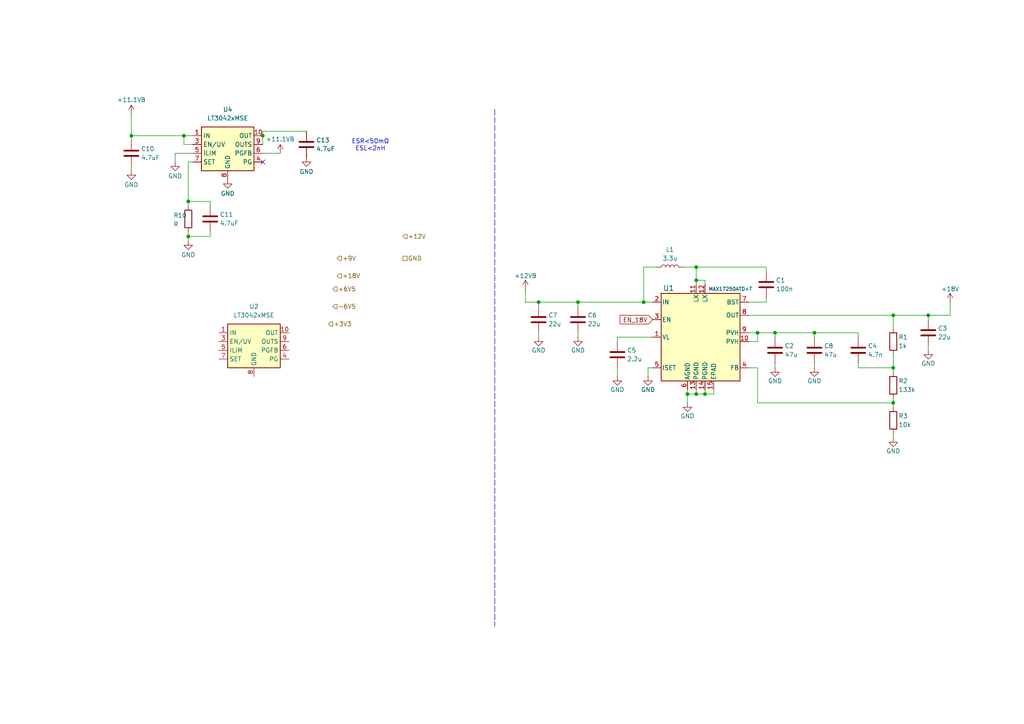
<source format=kicad_sch>
(kicad_sch (version 20250114) (generator "eeschema") (generator_version "9.0")
  (paper "A4")
  (lib_symbols
    (symbol "Device:C" (pin_numbers (hide yes)) (pin_names (offset 0.254))
      (property "Reference" "C" (at 0.635 2.54 0))
      (property "Value" "C" (at 0.635 -2.54 0))
      (symbol "C_0_1"
        (polyline (pts (xy -2.032 0.762) (xy 2.032 0.762)) (stroke (width 0.508)))
        (polyline (pts (xy -2.032 -0.762) (xy 2.032 -0.762)) (stroke (width 0.508)))
      )
      (symbol "C_1_1"
        (pin passive line (at 0 3.81 270) (length 2.794) (name "~") (number "1"))
        (pin passive line (at 0 -3.81 90) (length 2.794) (name "~") (number "2"))
      )
    )
    (symbol "Device:L" (pin_numbers (hide yes)) (pin_names (offset 1.016) (hide yes))
      (property "Reference" "L" (at -1.27 0 90))
      (property "Value" "L" (at 1.905 0 90))
      (symbol "L_0_1"
        (arc (start 0 2.54) (mid 0.6323 1.905) (end 0 1.27))
        (arc (start 0 1.27) (mid 0.6323 0.635) (end 0 0))
        (arc (start 0 0) (mid 0.6323 -0.635) (end 0 -1.27))
        (arc (start 0 -1.27) (mid 0.6323 -1.905) (end 0 -2.54))
      )
      (symbol "L_1_1"
        (pin passive line (at 0 3.81 270) (length 1.27) (name "1") (number "1"))
        (pin passive line (at 0 -3.81 90) (length 1.27) (name "2") (number "2"))
      )
    )
    (symbol "Device:R" (pin_numbers (hide yes)) (pin_names (offset 0))
      (property "Reference" "R" (at 2.032 0 90))
      (property "Value" "R" (at 0 0 90))
      (symbol "R_0_1"
        (rectangle (start -1.016 -2.54) (end 1.016 2.54) (stroke (width 0.254)))
      )
      (symbol "R_1_1"
        (pin passive line (at 0 3.81 270) (length 1.27) (name "~") (number "1"))
        (pin passive line (at 0 -3.81 90) (length 1.27) (name "~") (number "2"))
      )
    )
    (symbol "Imported_kicad_schematic:MAX17250ATD+T" (pin_names (offset 0.254))
      (property "Reference" "U1" (at -10.922 14.224 0))
      (property "Value" "MAX17250ATD+T" (at 4.572 -14.478 0))
      (symbol "MAX17250ATD+T_1_1"
        (rectangle (start -11.43 12.7) (end 11.43 -12.7) (stroke (width 0.254)) (fill (type background)))
        (pin input line (at -13.97 10.16 0) (length 2.54) (name "IN") (number "2"))
        (pin input line (at -13.97 5.08 0) (length 2.54) (name "EN") (number "3"))
        (pin unspecified line (at -13.97 0 0) (length 2.54) (name "VL") (number "1"))
        (pin unspecified line (at -13.97 -8.89 0) (length 2.54) (name "ISET") (number "5"))
        (pin power_in line (at -3.81 -15.24 90) (length 2.54) (name "AGND") (number "6"))
        (pin unspecified line (at -1.27 15.24 270) (length 2.54) (name "LX") (number "11"))
        (pin power_in line (at -1.27 -15.24 90) (length 2.54) (name "PGND") (number "13"))
        (pin unspecified line (at 1.27 15.24 270) (length 2.54) (name "LX") (number "12"))
        (pin power_in line (at 1.27 -15.24 90) (length 2.54) (name "PGND") (number "14"))
        (pin power_in line (at 3.81 -15.24 90) (length 2.54) (name "EPAD") (number "15"))
        (pin unspecified line (at 13.97 10.16 180) (length 2.54) (name "BST") (number "7"))
        (pin output line (at 13.97 6.35 180) (length 2.54) (name "OUT") (number "8"))
        (pin unspecified line (at 13.97 1.27 180) (length 2.54) (name "PVH") (number "9"))
        (pin unspecified line (at 13.97 -1.27 180) (length 2.54) (name "PVH") (number "10"))
        (pin unspecified line (at 13.97 -8.89 180) (length 2.54) (name "FB") (number "4"))
      )
    )
    (symbol "Regulator_Linear:LT3042xMSE"
      (property "Reference" "U" (at -6.35 6.35 0))
      (property "Value" "LT3042xMSE" (at 1.27 6.35 0))
      (symbol "LT3042xMSE_0_1"
        (rectangle (start -7.62 5.08) (end 7.62 -7.62) (stroke (width 0.254)) (fill (type background)))
      )
      (symbol "LT3042xMSE_1_1"
        (pin power_in line (at -10.16 2.54 0) (length 2.54) (name "IN") (number "1"))
        (pin passive line (at -10.16 2.54 0) (length 2.54) (hide yes) (name "IN") (number "2"))
        (pin input line (at -10.16 0 0) (length 2.54) (name "EN/UV") (number "3"))
        (pin passive line (at -10.16 -2.54 0) (length 2.54) (name "ILIM") (number "5"))
        (pin passive line (at -10.16 -5.08 0) (length 2.54) (name "SET") (number "7"))
        (pin passive line (at 0 -10.16 90) (length 2.54) (hide yes) (name "GND") (number "11"))
        (pin power_in line (at 0 -10.16 90) (length 2.54) (name "GND") (number "8"))
        (pin power_out line (at 10.16 2.54 180) (length 2.54) (name "OUT") (number "10"))
        (pin input line (at 10.16 0 180) (length 2.54) (name "OUTS") (number "9"))
        (pin input line (at 10.16 -2.54 180) (length 2.54) (name "PGFB") (number "6"))
        (pin open_collector line (at 10.16 -5.08 180) (length 2.54) (name "PG") (number "4"))
      )
    )
    (symbol "power:+12V" (power) (pin_numbers (hide yes)) (pin_names (offset 0) (hide yes))
      (property "Value" "+12V" (at 0 3.556 0))
      (symbol "+12V_0_1"
        (polyline (pts (xy -0.762 1.27) (xy 0 2.54)))
        (polyline (pts (xy 0 2.54) (xy 0.762 1.27)))
        (polyline (pts (xy 0 0) (xy 0 2.54)))
      )
      (symbol "+12V_1_1"
        (pin power_in line (at 0 0 90) (length 0) (name "~") (number "1"))
      )
    )
    (symbol "power:+24V" (power) (pin_numbers (hide yes)) (pin_names (offset 0) (hide yes))
      (property "Value" "+24V" (at 0 3.556 0))
      (symbol "+24V_0_1"
        (polyline (pts (xy -0.762 1.27) (xy 0 2.54)))
        (polyline (pts (xy 0 2.54) (xy 0.762 1.27)))
        (polyline (pts (xy 0 0) (xy 0 2.54)))
      )
      (symbol "+24V_1_1"
        (pin power_in line (at 0 0 90) (length 0) (name "~") (number "1"))
      )
    )
    (symbol "power:+5VP" (power) (pin_numbers (hide yes)) (pin_names (offset 0) (hide yes))
      (property "Value" "+5VP" (at 0 3.556 0))
      (symbol "+5VP_0_1"
        (polyline (pts (xy -0.762 1.27) (xy 0 2.54)))
        (polyline (pts (xy 0 2.54) (xy 0.762 1.27)))
        (polyline (pts (xy 0 0) (xy 0 2.54)))
      )
      (symbol "+5VP_1_1"
        (pin power_in line (at 0 0 90) (length 0) (name "~") (number "1"))
      )
    )
    (symbol "power:GND" (power) (pin_numbers (hide yes)) (pin_names (offset 0) (hide yes))
      (property "Value" "GND" (at 0 -3.81 0))
      (symbol "GND_0_1"
        (polyline (pts (xy 0 0) (xy 0 -1.27) (xy 1.27 -1.27) (xy 0 -2.54) (xy -1.27 -1.27) (xy 0 -1.27)))
      )
      (symbol "GND_1_1"
        (pin power_in line (at 0 0 270) (length 0) (name "~") (number "1"))
      )
    )
  )
  (text "ESR<50mΩ\nESL<2nH" (at 107.442 42.164 0) (effects (font (size 1.27 1.27))))
  (junction (at 54.61 58.42))
  (junction (at 186.69 87.63))
  (junction (at 167.64 87.63))
  (junction (at 53.34 39.37))
  (junction (at 259.08 116.84))
  (junction (at 54.61 68.58))
  (junction (at 219.71 96.52))
  (junction (at 224.79 96.52))
  (junction (at 259.08 106.68))
  (junction (at 259.08 91.44))
  (junction (at 204.47 114.3))
  (junction (at 201.93 77.47))
  (junction (at 76.2 39.37))
  (junction (at 199.39 114.3))
  (junction (at 156.21 87.63))
  (junction (at 236.22 96.52))
  (junction (at 269.24 91.44))
  (junction (at 201.93 81.28))
  (junction (at 201.93 114.3))
  (junction (at 38.1 39.37))
  (no_connect (at 76.2 46.99))
  (wire (pts (xy 53.34 41.91) (xy 55.88 41.91)))
  (wire (pts (xy 259.08 102.87) (xy 259.08 106.68)))
  (wire (pts (xy 204.47 81.28) (xy 201.93 81.28)))
  (wire (pts (xy 76.2 38.1) (xy 88.9 38.1)))
  (wire (pts (xy 38.1 33.02) (xy 38.1 39.37)))
  (wire (pts (xy 186.69 77.47) (xy 190.5 77.47)))
  (wire (pts (xy 156.21 97.79) (xy 156.21 96.52)))
  (wire (pts (xy 269.24 100.33) (xy 269.24 101.6)))
  (wire (pts (xy 207.01 113.03) (xy 207.01 114.3)))
  (wire (pts (xy 54.61 68.58) (xy 54.61 69.85)))
  (wire (pts (xy 224.79 96.52) (xy 224.79 97.79)))
  (wire (pts (xy 236.22 96.52) (xy 236.22 97.79)))
  (wire (pts (xy 248.92 106.68) (xy 259.08 106.68)))
  (wire (pts (xy 201.93 77.47) (xy 198.12 77.47)))
  (wire (pts (xy 50.8 44.45) (xy 55.88 44.45)))
  (wire (pts (xy 38.1 40.64) (xy 38.1 39.37)))
  (wire (pts (xy 60.96 67.31) (xy 60.96 68.58)))
  (wire (pts (xy 152.4 87.63) (xy 156.21 87.63)))
  (wire (pts (xy 156.21 87.63) (xy 167.64 87.63)))
  (wire (pts (xy 186.69 87.63) (xy 186.69 77.47)))
  (wire (pts (xy 186.69 87.63) (xy 189.23 87.63)))
  (wire (pts (xy 259.08 91.44) (xy 259.08 95.25)))
  (wire (pts (xy 275.59 87.63) (xy 275.59 91.44)))
  (wire (pts (xy 248.92 106.68) (xy 248.92 105.41)))
  (wire (pts (xy 189.23 97.79) (xy 179.07 97.79)))
  (wire (pts (xy 53.34 39.37) (xy 53.34 41.91)))
  (wire (pts (xy 50.8 46.99) (xy 50.8 44.45)))
  (wire (pts (xy 199.39 114.3) (xy 199.39 116.84)))
  (wire (pts (xy 224.79 106.68) (xy 224.79 105.41)))
  (wire (pts (xy 236.22 96.52) (xy 248.92 96.52)))
  (wire (pts (xy 222.25 86.36) (xy 222.25 87.63)))
  (wire (pts (xy 199.39 114.3) (xy 199.39 113.03)))
  (wire (pts (xy 259.08 115.57) (xy 259.08 116.84)))
  (wire (pts (xy 201.93 114.3) (xy 201.93 113.03)))
  (wire (pts (xy 76.2 38.1) (xy 76.2 39.37)))
  (wire (pts (xy 217.17 91.44) (xy 259.08 91.44)))
  (wire (pts (xy 187.96 106.68) (xy 189.23 106.68)))
  (wire (pts (xy 204.47 114.3) (xy 204.47 113.03)))
  (wire (pts (xy 201.93 114.3) (xy 199.39 114.3)))
  (wire (pts (xy 259.08 106.68) (xy 259.08 107.95)))
  (wire (pts (xy 187.96 109.22) (xy 187.96 106.68)))
  (wire (pts (xy 60.96 68.58) (xy 54.61 68.58)))
  (wire (pts (xy 201.93 77.47) (xy 201.93 81.28)))
  (wire (pts (xy 54.61 46.99) (xy 55.88 46.99)))
  (wire (pts (xy 156.21 87.63) (xy 156.21 88.9)))
  (wire (pts (xy 204.47 82.55) (xy 204.47 81.28)))
  (wire (pts (xy 179.07 109.22) (xy 179.07 106.68)))
  (wire (pts (xy 54.61 58.42) (xy 60.96 58.42)))
  (wire (pts (xy 269.24 91.44) (xy 269.24 92.71)))
  (wire (pts (xy 219.71 99.06) (xy 219.71 96.52)))
  (wire (pts (xy 248.92 96.52) (xy 248.92 97.79)))
  (wire (pts (xy 224.79 96.52) (xy 236.22 96.52)))
  (wire (pts (xy 222.25 77.47) (xy 222.25 78.74)))
  (wire (pts (xy 259.08 116.84) (xy 259.08 118.11)))
  (wire (pts (xy 201.93 77.47) (xy 222.25 77.47)))
  (wire (pts (xy 76.2 39.37) (xy 76.2 41.91)))
  (wire (pts (xy 217.17 99.06) (xy 219.71 99.06)))
  (wire (pts (xy 53.34 39.37) (xy 55.88 39.37)))
  (wire (pts (xy 179.07 97.79) (xy 179.07 99.06)))
  (wire (pts (xy 259.08 91.44) (xy 269.24 91.44)))
  (wire (pts (xy 54.61 68.58) (xy 54.61 67.31)))
  (wire (pts (xy 38.1 48.26) (xy 38.1 49.53)))
  (wire (pts (xy 167.64 87.63) (xy 167.64 88.9)))
  (wire (pts (xy 54.61 58.42) (xy 54.61 46.99)))
  (wire (pts (xy 217.17 106.68) (xy 219.71 106.68)))
  (wire (pts (xy 167.64 87.63) (xy 186.69 87.63)))
  (wire (pts (xy 217.17 87.63) (xy 222.25 87.63)))
  (wire (pts (xy 236.22 105.41) (xy 236.22 106.68)))
  (wire (pts (xy 219.71 96.52) (xy 224.79 96.52)))
  (wire (pts (xy 201.93 81.28) (xy 201.93 82.55)))
  (wire (pts (xy 60.96 58.42) (xy 60.96 59.69)))
  (polyline (pts (xy 143.51 31.75) (xy 143.51 181.61)) (stroke (width 0) (type dash)))
  (wire (pts (xy 207.01 114.3) (xy 204.47 114.3)))
  (wire (pts (xy 38.1 39.37) (xy 53.34 39.37)))
  (wire (pts (xy 217.17 96.52) (xy 219.71 96.52)))
  (wire (pts (xy 204.47 114.3) (xy 201.93 114.3)))
  (wire (pts (xy 259.08 127) (xy 259.08 125.73)))
  (wire (pts (xy 76.2 44.45) (xy 81.28 44.45)))
  (wire (pts (xy 152.4 83.82) (xy 152.4 87.63)))
  (wire (pts (xy 219.71 116.84) (xy 259.08 116.84)))
  (wire (pts (xy 219.71 106.68) (xy 219.71 116.84)))
  (wire (pts (xy 269.24 91.44) (xy 275.59 91.44)))
  (wire (pts (xy 54.61 59.69) (xy 54.61 58.42)))
  (wire (pts (xy 167.64 96.52) (xy 167.64 97.79)))
  (global_label "EN_18V" (shape input) (at 189.23 92.71 180) (property "Intersheetrefs" "${INTERSHEET_REFS}" (effects (hide yes))))
  (hierarchical_label "+6V5" (shape input) (at 96.52 83.82 0))
  (hierarchical_label "GND" (shape passive) (at 116.84 74.93 0))
  (hierarchical_label "+12V" (shape input) (at 116.84 68.58 0))
  (hierarchical_label "+18V" (shape input) (at 97.79 80.01 0))
  (hierarchical_label "-6V5" (shape input) (at 96.52 88.9 0))
  (hierarchical_label "+9V" (shape input) (at 97.79 74.93 0))
  (hierarchical_label "+3V3" (shape input) (at 95.25 93.98 0))
  (symbol (lib_id "Device:C") (at 38.1 44.45 0) (unit 1)
    (property "Reference" "C10" (at 40.894 43.18 0) (effects (justify left)))
    (property "Value" "4.7uF" (at 40.894 45.72 0) (effects (justify left)))
    (property "Description" "Unpolarized capacitor" (effects (hide yes)))
  )
  (symbol (lib_id "Device:R") (at 259.08 99.06 0) (unit 1)
    (property "Reference" "R1" (at 260.604 97.79 0) (effects (justify left)))
    (property "Value" "1k" (at 260.604 100.33 0) (effects (justify left)))
    (property "Description" "Resistor" (effects (hide yes)))
  )
  (symbol (lib_id "power:+5VP") (at 38.1 33.02 0) (unit 1)
    (property "Reference" "#PWR048" (effects (hide yes)))
    (property "Value" "+11.1VB" (at 38.1 28.956 0))
    (property "Description" "Power symbol creates a global label with name \"+5VP\"" (effects (hide yes)))
  )
  (symbol (lib_id "power:+12V") (at 152.4 83.82 0) (unit 1)
    (property "Reference" "#PWR020" (effects (hide yes)))
    (property "Value" "+12VB" (at 152.4 80.01 0))
    (property "Description" "Power symbol creates a global label with name \"+12V\"" (effects (hide yes)))
  )
  (symbol (lib_id "power:GND") (at 269.24 101.6 0) (unit 1)
    (property "Reference" "#PWR023" (effects (hide yes)))
    (property "Value" "GND" (at 269.24 105.41 0))
    (property "Description" "Power symbol creates a global label with name \"GND\" , ground" (effects (hide yes)))
  )
  (symbol (lib_id "Device:C") (at 224.79 101.6 0) (unit 1)
    (property "Reference" "C2" (at 227.584 100.33 0) (effects (justify left)))
    (property "Value" "47u" (at 227.584 102.87 0) (effects (justify left)))
    (property "Description" "Unpolarized capacitor" (effects (hide yes)))
  )
  (symbol (lib_id "Device:R") (at 259.08 121.92 0) (unit 1)
    (property "Reference" "R3" (at 260.604 120.65 0) (effects (justify left)))
    (property "Value" "10k" (at 260.604 123.19 0) (effects (justify left)))
    (property "Description" "Resistor" (effects (hide yes)))
  )
  (symbol (lib_id "Regulator_Linear:LT3042xMSE") (at 66.04 41.91 0) (unit 1)
    (property "Reference" "U4" (at 66.04 31.75 0))
    (property "Value" "LT3042xMSE" (at 66.04 34.29 0))
    (property "Footprint" "Package_SO:MSOP-10-1EP_3x3mm_P0.5mm_EP1.68x1.88mm" (effects (hide yes)))
    (property "Datasheet" "https://www.analog.com/media/en/technical-documentation/data-sheets/3042fb.pdf" (effects (hide yes)))
    (property "Description" "200mA, Adjustable, Ultralow Noise, Ultrahigh PSRR RF Linear Regulator, MSOP-10" (effects (hide yes)))
    (property "Field5" "C461518" (effects (hide yes)))
  )
  (symbol (lib_id "power:GND") (at 54.61 69.85 0) (unit 1)
    (property "Reference" "#PWR052" (effects (hide yes)))
    (property "Value" "GND" (at 54.61 73.914 0))
    (property "Description" "Power symbol creates a global label with name \"GND\" , ground" (effects (hide yes)))
  )
  (symbol (lib_id "power:+5VP") (at 81.28 44.45 0) (unit 1)
    (property "Reference" "#PWR058" (effects (hide yes)))
    (property "Value" "+11.1VB" (at 81.28 40.386 0))
    (property "Description" "Power symbol creates a global label with name \"+5VP\"" (effects (hide yes)))
  )
  (symbol (lib_id "power:GND") (at 88.9 45.72 0) (unit 1)
    (property "Reference" "#PWR060" (effects (hide yes)))
    (property "Value" "GND" (at 88.9 49.784 0))
    (property "Description" "Power symbol creates a global label with name \"GND\" , ground" (effects (hide yes)))
  )
  (symbol (lib_id "Imported_kicad_schematic:MAX17250ATD+T") (at 203.2 97.79 0) (unit 1)
    (property "Reference" "U1" (at 192.278 83.566 0) (effects (font (size 1.524 1.524)) (justify left)))
    (property "Value" "MAX17250ATD+T" (at 205.486 83.82 0) (effects (font (size 1.016 1.016)) (justify left)))
    (property "Footprint" "Imported_kicad_footprints:MAX17250" (effects (hide yes)))
    (property "Datasheet" "kicad-embed://MAX17250.pdf" (effects (hide yes)))
  )
  (symbol (lib_id "Device:C") (at 167.64 92.71 0) (unit 1)
    (property "Reference" "C6" (at 170.434 91.44 0) (effects (justify left)))
    (property "Value" "22u" (at 170.434 93.98 0) (effects (justify left)))
    (property "Description" "Unpolarized capacitor" (effects (hide yes)))
  )
  (symbol (lib_id "Device:L") (at 194.31 77.47 90) (unit 1)
    (property "Reference" "L1" (at 194.31 72.39 90))
    (property "Value" "3.3u" (at 194.31 74.93 90))
    (property "Description" "Inductor" (effects (hide yes)))
  )
  (symbol (lib_id "Device:R") (at 54.61 63.5 0) (unit 1)
    (property "Reference" "R10" (at 50.292 62.484 0) (effects (justify left)))
    (property "Value" "R" (at 50.292 65.024 0) (effects (justify left)))
    (property "Description" "Resistor" (effects (hide yes)))
  )
  (symbol (lib_id "Device:C") (at 222.25 82.55 0) (unit 1)
    (property "Reference" "C1" (at 225.044 81.28 0) (effects (justify left)))
    (property "Value" "100n" (at 225.044 83.82 0) (effects (justify left)))
    (property "Description" "Unpolarized capacitor" (effects (hide yes)))
  )
  (symbol (lib_id "Device:C") (at 179.07 102.87 0) (unit 1)
    (property "Reference" "C5" (at 181.864 101.6 0) (effects (justify left)))
    (property "Value" "2.2u" (at 181.864 104.14 0) (effects (justify left)))
    (property "Description" "Unpolarized capacitor" (effects (hide yes)))
  )
  (symbol (lib_id "Device:C") (at 248.92 101.6 0) (unit 1)
    (property "Reference" "C4" (at 251.714 100.33 0) (effects (justify left)))
    (property "Value" "4.7n" (at 251.714 102.87 0) (effects (justify left)))
    (property "Description" "Unpolarized capacitor" (effects (hide yes)))
  )
  (symbol (lib_id "power:+24V") (at 275.59 87.63 0) (unit 1)
    (property "Reference" "#PWR024" (effects (hide yes)))
    (property "Value" "+18V" (at 275.59 83.82 0))
    (property "Description" "Power symbol creates a global label with name \"+24V\"" (effects (hide yes)))
  )
  (symbol (lib_id "power:GND") (at 199.39 116.84 0) (unit 1)
    (property "Reference" "#PWR029" (effects (hide yes)))
    (property "Value" "GND" (at 199.39 120.65 0))
    (property "Description" "Power symbol creates a global label with name \"GND\" , ground" (effects (hide yes)))
  )
  (symbol (lib_id "Device:C") (at 60.96 63.5 0) (unit 1)
    (property "Reference" "C11" (at 63.754 62.23 0) (effects (justify left)))
    (property "Value" "4.7uF" (at 63.754 64.77 0) (effects (justify left)))
    (property "Description" "Unpolarized capacitor" (effects (hide yes)))
  )
  (symbol (lib_id "Regulator_Linear:LT3042xMSE") (at 73.66 99.06 0) (unit 1)
    (property "Reference" "U2" (at 73.66 88.9 0))
    (property "Value" "LT3042xMSE" (at 73.66 91.44 0))
    (property "Footprint" "Package_SO:MSOP-10-1EP_3x3mm_P0.5mm_EP1.68x1.88mm" (effects (hide yes)))
    (property "Datasheet" "https://www.analog.com/media/en/technical-documentation/data-sheets/3042fb.pdf" (effects (hide yes)))
    (property "Description" "200mA, Adjustable, Ultralow Noise, Ultrahigh PSRR RF Linear Regulator, MSOP-10" (effects (hide yes)))
  )
  (symbol (lib_id "power:GND") (at 187.96 109.22 0) (unit 1)
    (property "Reference" "#PWR026" (effects (hide yes)))
    (property "Value" "GND" (at 187.96 113.03 0))
    (property "Description" "Power symbol creates a global label with name \"GND\" , ground" (effects (hide yes)))
  )
  (symbol (lib_id "power:GND") (at 38.1 49.53 0) (unit 1)
    (property "Reference" "#PWR049" (effects (hide yes)))
    (property "Value" "GND" (at 38.1 53.594 0))
    (property "Description" "Power symbol creates a global label with name \"GND\" , ground" (effects (hide yes)))
  )
  (symbol (lib_id "Device:C") (at 88.9 41.91 0) (unit 1)
    (property "Reference" "C13" (at 91.694 40.64 0) (effects (justify left)))
    (property "Value" "4.7uF" (at 91.694 43.18 0) (effects (justify left)))
    (property "Description" "Unpolarized capacitor" (effects (hide yes)))
  )
  (symbol (lib_id "power:GND") (at 50.8 46.99 0) (unit 1)
    (property "Reference" "#PWR051" (effects (hide yes)))
    (property "Value" "GND" (at 50.8 51.054 0))
    (property "Description" "Power symbol creates a global label with name \"GND\" , ground" (effects (hide yes)))
  )
  (symbol (lib_id "power:GND") (at 259.08 127 0) (unit 1)
    (property "Reference" "#PWR022" (effects (hide yes)))
    (property "Value" "GND" (at 259.08 130.81 0))
    (property "Description" "Power symbol creates a global label with name \"GND\" , ground" (effects (hide yes)))
  )
  (symbol (lib_id "Device:C") (at 156.21 92.71 0) (unit 1)
    (property "Reference" "C7" (at 159.004 91.44 0) (effects (justify left)))
    (property "Value" "22u" (at 159.004 93.98 0) (effects (justify left)))
    (property "Description" "Unpolarized capacitor" (effects (hide yes)))
  )
  (symbol (lib_id "power:GND") (at 236.22 106.68 0) (unit 1)
    (property "Reference" "#PWR030" (effects (hide yes)))
    (property "Value" "GND" (at 236.22 110.49 0))
    (property "Description" "Power symbol creates a global label with name \"GND\" , ground" (effects (hide yes)))
  )
  (symbol (lib_id "Device:R") (at 259.08 111.76 0) (unit 1)
    (property "Reference" "R2" (at 260.604 110.49 0) (effects (justify left)))
    (property "Value" "133k" (at 260.604 113.03 0) (effects (justify left)))
    (property "Description" "Resistor" (effects (hide yes)))
  )
  (symbol (lib_id "power:GND") (at 66.04 52.07 0) (unit 1)
    (property "Reference" "#PWR054" (effects (hide yes)))
    (property "Value" "GND" (at 66.04 56.134 0))
    (property "Description" "Power symbol creates a global label with name \"GND\" , ground" (effects (hide yes)))
  )
  (symbol (lib_id "power:GND") (at 167.64 97.79 0) (unit 1)
    (property "Reference" "#PWR027" (effects (hide yes)))
    (property "Value" "GND" (at 167.64 101.6 0))
    (property "Description" "Power symbol creates a global label with name \"GND\" , ground" (effects (hide yes)))
  )
  (symbol (lib_id "power:GND") (at 224.79 106.68 0) (unit 1)
    (property "Reference" "#PWR021" (effects (hide yes)))
    (property "Value" "GND" (at 224.79 110.49 0))
    (property "Description" "Power symbol creates a global label with name \"GND\" , ground" (effects (hide yes)))
  )
  (symbol (lib_id "Device:C") (at 236.22 101.6 0) (unit 1)
    (property "Reference" "C8" (at 239.014 100.33 0) (effects (justify left)))
    (property "Value" "47u" (at 239.014 102.87 0) (effects (justify left)))
    (property "Description" "Unpolarized capacitor" (effects (hide yes)))
  )
  (symbol (lib_id "Device:C") (at 269.24 96.52 0) (unit 1)
    (property "Reference" "C3" (at 272.034 95.25 0) (effects (justify left)))
    (property "Value" "22u" (at 272.034 97.79 0) (effects (justify left)))
    (property "Description" "Unpolarized capacitor" (effects (hide yes)))
  )
  (symbol (lib_id "power:GND") (at 156.21 97.79 0) (unit 1)
    (property "Reference" "#PWR028" (effects (hide yes)))
    (property "Value" "GND" (at 156.21 101.6 0))
    (property "Description" "Power symbol creates a global label with name \"GND\" , ground" (effects (hide yes)))
  )
  (symbol (lib_id "power:GND") (at 179.07 109.22 0) (unit 1)
    (property "Reference" "#PWR025" (effects (hide yes)))
    (property "Value" "GND" (at 179.07 113.03 0))
    (property "Description" "Power symbol creates a global label with name \"GND\" , ground" (effects (hide yes)))
  )
)
</source>
